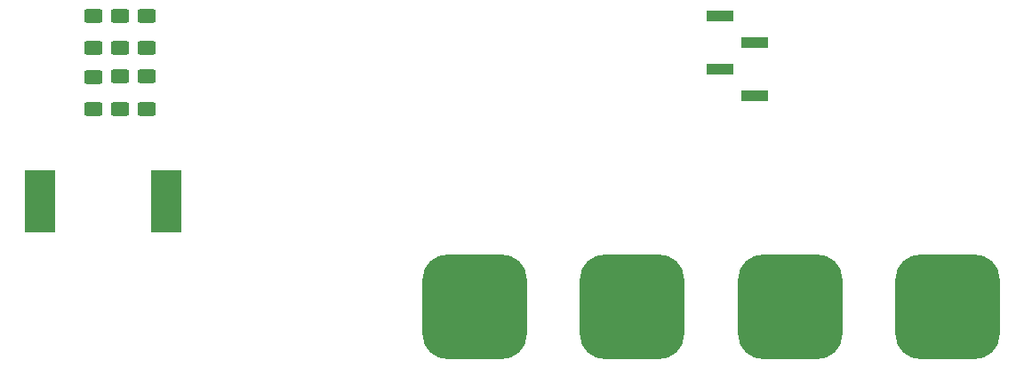
<source format=gbr>
%TF.GenerationSoftware,KiCad,Pcbnew,9.0.6*%
%TF.CreationDate,2025-12-29T15:43:59-03:00*%
%TF.ProjectId,adaptador_central,61646170-7461-4646-9f72-5f63656e7472,rev?*%
%TF.SameCoordinates,Original*%
%TF.FileFunction,Paste,Top*%
%TF.FilePolarity,Positive*%
%FSLAX46Y46*%
G04 Gerber Fmt 4.6, Leading zero omitted, Abs format (unit mm)*
G04 Created by KiCad (PCBNEW 9.0.6) date 2025-12-29 15:43:59*
%MOMM*%
%LPD*%
G01*
G04 APERTURE LIST*
G04 Aperture macros list*
%AMRoundRect*
0 Rectangle with rounded corners*
0 $1 Rounding radius*
0 $2 $3 $4 $5 $6 $7 $8 $9 X,Y pos of 4 corners*
0 Add a 4 corners polygon primitive as box body*
4,1,4,$2,$3,$4,$5,$6,$7,$8,$9,$2,$3,0*
0 Add four circle primitives for the rounded corners*
1,1,$1+$1,$2,$3*
1,1,$1+$1,$4,$5*
1,1,$1+$1,$6,$7*
1,1,$1+$1,$8,$9*
0 Add four rect primitives between the rounded corners*
20,1,$1+$1,$2,$3,$4,$5,0*
20,1,$1+$1,$4,$5,$6,$7,0*
20,1,$1+$1,$6,$7,$8,$9,0*
20,1,$1+$1,$8,$9,$2,$3,0*%
G04 Aperture macros list end*
%ADD10RoundRect,0.250000X-0.625000X0.400000X-0.625000X-0.400000X0.625000X-0.400000X0.625000X0.400000X0*%
%ADD11R,2.510000X1.000000*%
%ADD12R,3.000000X6.000000*%
%ADD13RoundRect,2.500000X-2.500000X-2.500000X2.500000X-2.500000X2.500000X2.500000X-2.500000X2.500000X0*%
G04 APERTURE END LIST*
D10*
%TO.C,R3*%
X146913600Y-87248400D03*
X146913600Y-90348400D03*
%TD*%
%TO.C,R2*%
X144373600Y-87248400D03*
X144373600Y-90348400D03*
%TD*%
%TO.C,D1*%
X141833600Y-93090400D03*
X141833600Y-96190400D03*
%TD*%
D11*
%TO.C,Brd1*%
X204825600Y-94945200D03*
X201515600Y-92405200D03*
X204825600Y-89865200D03*
X201515600Y-87325200D03*
%TD*%
D12*
%TO.C,BZ1*%
X136798800Y-104952800D03*
X148798800Y-104952800D03*
%TD*%
D10*
%TO.C,R1*%
X141833600Y-87248400D03*
X141833600Y-90348400D03*
%TD*%
D13*
%TO.C,Jtouch1*%
X178215200Y-115062000D03*
X193215200Y-115062000D03*
X208215200Y-115062000D03*
X223215200Y-115062000D03*
%TD*%
D10*
%TO.C,D2*%
X144373600Y-93065600D03*
X144373600Y-96165600D03*
%TD*%
%TO.C,D3*%
X146913600Y-93064400D03*
X146913600Y-96164400D03*
%TD*%
M02*

</source>
